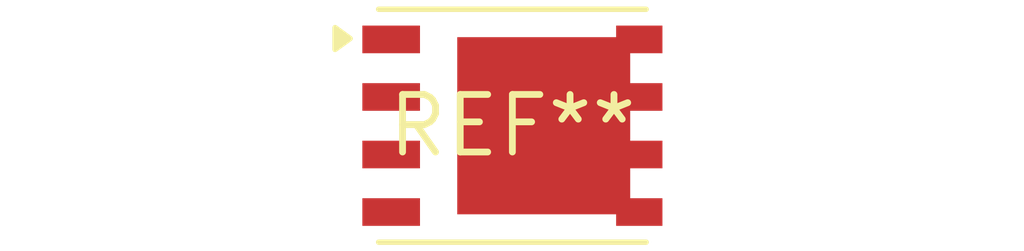
<source format=kicad_pcb>
(kicad_pcb (version 20240108) (generator pcbnew)
  (layers (0 "F.Cu" signal) (31 "B.Cu" signal) (34 "B.Paste" user) (35 "F.Paste" user) (36 "B.SilkS" user "B.Silkscreen") (37 "F.SilkS" user "F.Silkscreen") (38 "B.Mask" user) (39 "F.Mask" user) (44 "Edge.Cuts" user))
  (net 0 "")
  (footprint "PowerPAK_SO-8_Single" (layer "F.Cu") (at 0 0)
    (property "Reference" "REF**")
    (property "Value" "PowerPAK_SO-8_Single")
    (fp_line (start -2.945 -2.57) (end 2.945 -2.57) (layer "F.SilkS") (stroke (width 0.12)))
    (fp_line (start -2.945 2.57) (end 2.945 2.57) (layer "F.SilkS") (stroke (width 0.12)))
    (fp_poly (pts (xy -3.575 -1.925) (xy -3.905 -2.165) (xy -3.905 -1.685) (xy -3.575 -1.925)) (layer "F.SilkS") (stroke (width 0.12)) (fill solid))
    (pad "1" smd rect (at -2.67 -1.905) (size 1.27 0.61) (layers "F.Cu" "F.Paste" "F.Mask"))
    (pad "2" smd rect (at -2.67 -0.635) (size 1.27 0.61) (layers "F.Cu" "F.Paste" "F.Mask"))
    (pad "3" smd rect (at -2.67 0.635) (size 1.27 0.61) (layers "F.Cu" "F.Paste" "F.Mask"))
    (pad "4" smd rect (at -2.67 1.905) (size 1.27 0.61) (layers "F.Cu" "F.Paste" "F.Mask"))
    (pad "5" smd rect (at 0.69 0) (size 3.81 3.91) (layers "F.Cu" "F.Paste" "F.Mask"))
    (pad "5" smd rect (at 2.795 -1.905) (size 1.02 0.61) (layers "F.Cu" "F.Paste" "F.Mask"))
    (pad "5" smd rect (at 2.795 -0.635) (size 1.02 0.61) (layers "F.Cu" "F.Paste" "F.Mask"))
    (pad "5" smd rect (at 2.795 0.635) (size 1.02 0.61) (layers "F.Cu" "F.Paste" "F.Mask"))
    (pad "5" smd rect (at 2.795 1.905) (size 1.02 0.61) (layers "F.Cu" "F.Paste" "F.Mask"))
  )
)
</source>
